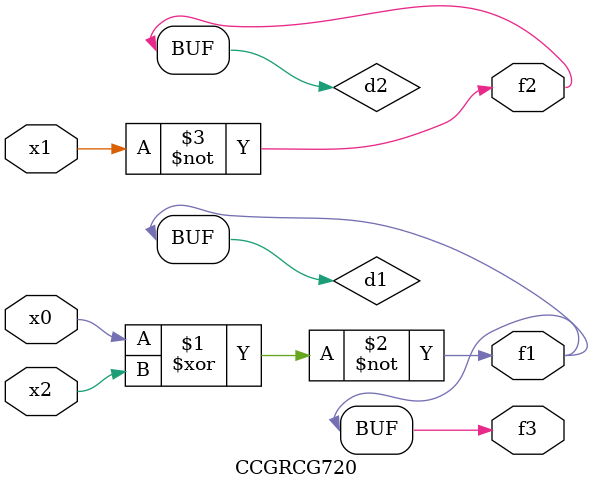
<source format=v>
module CCGRCG720(
	input x0, x1, x2,
	output f1, f2, f3
);

	wire d1, d2, d3;

	xnor (d1, x0, x2);
	nand (d2, x1);
	nor (d3, x1, x2);
	assign f1 = d1;
	assign f2 = d2;
	assign f3 = d1;
endmodule

</source>
